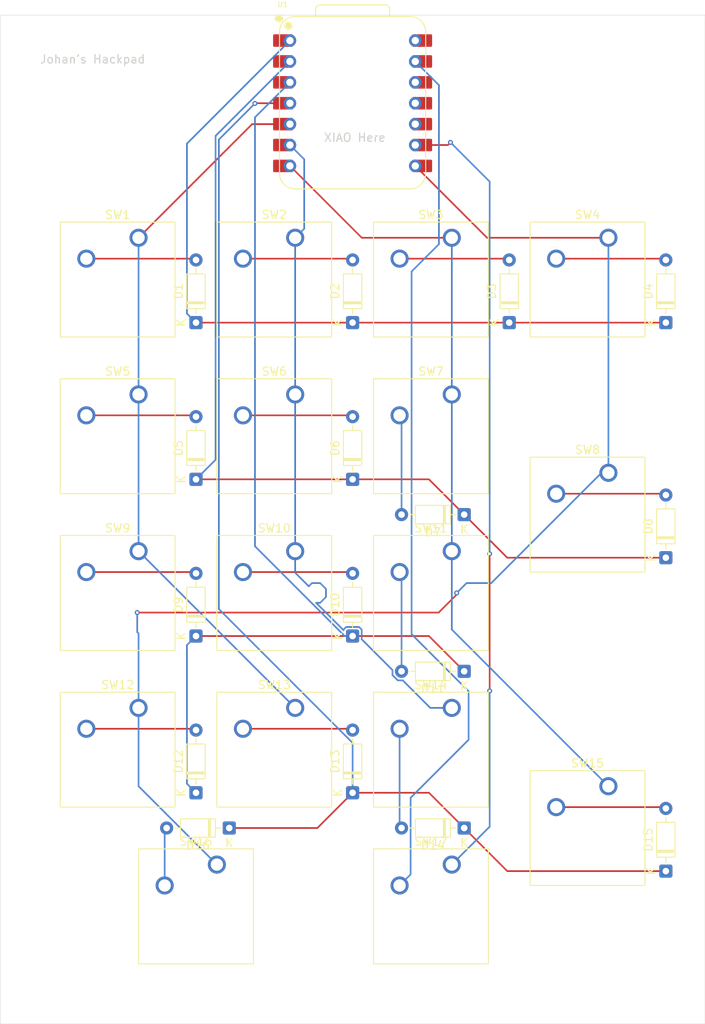
<source format=kicad_pcb>
(kicad_pcb (version 20241229) (generator "pcbnew") (generator_version "9.0")
  (layers (0 "F.Cu" signal) (2 "B.Cu" signal) (13 "F.Paste" user) (15 "B.Paste" user) (5 "F.SilkS" user "F.Silkscreen") (7 "B.SilkS" user "B.Silkscreen") (1 "F.Mask" user) (3 "B.Mask" user) (25 "Edge.Cuts" user))
  (net 0 "")
  (net 1 "Row 0")
  (net 2 "GND")
  (net 3 "Net-(D1-A)")
  (net 4 "Net-(D2-A)")
  (net 5 "Net-(D3-A)")
  (net 6 "Row 1")
  (net 7 "Net-(D4-A)")
  (net 8 "Net-(D5-A)")
  (net 9 "Net-(D6-A)")
  (net 10 "Row 2")
  (net 11 "Net-(D7-A)")
  (net 12 "Net-(D8-A)")
  (net 13 "Net-(D9-A)")
  (net 14 "Net-(D11-A)")
  (net 15 "Column 0")
  (net 16 "Column 1")
  (net 17 "Column 2")
  (net 18 "Net-(D10-A)")
  (net 23 "Net-(D12-A)")
  (net 24 "Net-(D13-A)")
  (net 25 "Row 3")
  (net 26 "Net-(D14-A)")
  (net 27 "Net-(D15-A)")
  (net 28 "Net-(D16-A)")
  (net 29 "Column 3")
  (net 30 "Column 4")
  (footprint "Diode_THT:D_DO-35_SOD27_P7.62mm_Horizontal" (layer "F.Cu") (at 109.5375 119.53875 90)
    (property "Reference" "D13" (at 3.81 -2.12 90) (layer "F.SilkS"))
    (property "Value" "1N4148")
    (fp_text user "K" (at 0 -1.8 90) (layer "F.SilkS"))
    (pad "1" thru_hole roundrect (at 0 0 90) (size 1.6 1.6) (drill 0.8) (layers "*.Cu" "*.Mask") (roundrect_rratio 0.15625) (net 25 "Row 3"))
    (pad "2" thru_hole circle (at 7.62 0 90) (size 1.6 1.6) (drill 0.8) (layers "*.Cu" "*.Mask") (net 24 "Net-(D13-A)"))
  )
  (footprint "Diode_THT:D_DO-35_SOD27_P7.62mm_Horizontal" (layer "F.Cu") (at 109.5375 81.43875 90)
    (property "Reference" "D6" (at 3.81 -2.12 90) (layer "F.SilkS"))
    (property "Value" "1N4148")
    (fp_text user "K" (at 0 -1.8 90) (layer "F.SilkS"))
    (pad "1" thru_hole roundrect (at 0 0 90) (size 1.6 1.6) (drill 0.8) (layers "*.Cu" "*.Mask") (roundrect_rratio 0.15625) (net 6 "Row 1"))
    (pad "2" thru_hole circle (at 7.62 0 90) (size 1.6 1.6) (drill 0.8) (layers "*.Cu" "*.Mask") (net 9 "Net-(D6-A)"))
  )
  (footprint "Diode_THT:D_DO-35_SOD27_P7.62mm_Horizontal" (layer "F.Cu") (at 128.5875 62.38875 90)
    (property "Reference" "D3" (at 3.81 -2.12 90) (layer "F.SilkS"))
    (property "Value" "1N4148")
    (fp_text user "K" (at 0 -1.8 90) (layer "F.SilkS"))
    (pad "1" thru_hole roundrect (at 0 0 90) (size 1.6 1.6) (drill 0.8) (layers "*.Cu" "*.Mask") (roundrect_rratio 0.15625) (net 1 "Row 0"))
    (pad "2" thru_hole circle (at 7.62 0 90) (size 1.6 1.6) (drill 0.8) (layers "*.Cu" "*.Mask") (net 5 "Net-(D3-A)"))
  )
  (footprint "Button_Switch_Keyboard:SW_Cherry_MX_2.00u_Vertical_PCB" (layer "F.Cu") (at 140.6525 118.745)
    (property "Reference" "SW15" (at -2.54 -2.794 0) (layer "F.SilkS"))
    (property "Value" "CherryMX")
    (pad "" np_thru_hole circle (at -9.54 -6.82) (size 3.05 3.05) (drill 3.05) (layers "*.Cu" "*.Mask"))
    (pad "" np_thru_hole circle (at -9.54 16.98) (size 3.05 3.05) (drill 3.05) (layers "*.Cu" "*.Mask"))
    (pad "" np_thru_hole circle (at -7.62 5.08) (size 1.7 1.7) (drill 1.7) (layers "*.Cu" "*.Mask"))
    (pad "" np_thru_hole circle (at -2.54 5.08) (size 4 4) (drill 4) (layers "*.Cu" "*.Mask"))
    (pad "" np_thru_hole circle (at 2.54 5.08) (size 1.7 1.7) (drill 1.7) (layers "*.Cu" "*.Mask"))
    (pad "" np_thru_hole circle (at 5.7 -6.82) (size 4 4) (drill 4) (layers "*.Cu" "*.Mask"))
    (pad "" np_thru_hole circle (at 5.7 16.98) (size 4 4) (drill 4) (layers "*.Cu" "*.Mask"))
    (pad "1" thru_hole circle (at 0 0) (size 2.2 2.2) (drill 1.5) (layers "*.Cu" "*.Mask") (net 17 "Column 2"))
    (pad "2" thru_hole circle (at -6.35 2.54) (size 2.2 2.2) (drill 1.5) (layers "*.Cu" "*.Mask") (net 27 "Net-(D15-A)"))
  )
  (footprint "Button_Switch_Keyboard:SW_Cherry_MX_1.00u_Plate" (layer "F.Cu") (at 121.6025 52.07)
    (property "Reference" "SW3" (at -2.54 -2.794 0) (layer "F.SilkS"))
    (property "Value" "CherryMX")
    (pad "" np_thru_hole circle (at -2.54 5.08) (size 4 4) (drill 4) (layers "*.Cu" "*.Mask"))
    (pad "1" thru_hole circle (at 0 0) (size 2.2 2.2) (drill 1.5) (layers "*.Cu" "*.Mask") (net 17 "Column 2"))
    (pad "2" thru_hole circle (at -6.35 2.54) (size 2.2 2.2) (drill 1.5) (layers "*.Cu" "*.Mask") (net 5 "Net-(D3-A)"))
  )
  (footprint "Diode_THT:D_DO-35_SOD27_P7.62mm_Horizontal" (layer "F.Cu") (at 109.5375 100.48875 90)
    (property "Reference" "D10" (at 3.81 -2.12 90) (layer "F.SilkS"))
    (property "Value" "1N4148")
    (fp_text user "K" (at 0 -1.8 90) (layer "F.SilkS"))
    (pad "1" thru_hole roundrect (at 0 0 90) (size 1.6 1.6) (drill 0.8) (layers "*.Cu" "*.Mask") (roundrect_rratio 0.15625) (net 10 "Row 2"))
    (pad "2" thru_hole circle (at 7.62 0 90) (size 1.6 1.6) (drill 0.8) (layers "*.Cu" "*.Mask") (net 18 "Net-(D10-A)"))
  )
  (footprint "Button_Switch_Keyboard:SW_Cherry_MX_1.00u_PCB" (layer "F.Cu") (at 121.6025 109.22)
    (property "Reference" "SW14" (at -2.54 -2.794 0) (layer "F.SilkS"))
    (property "Value" "CherryMX")
    (pad "" np_thru_hole circle (at -7.62 5.08) (size 1.7 1.7) (drill 1.7) (layers "*.Cu" "*.Mask"))
    (pad "" np_thru_hole circle (at -2.54 5.08) (size 4 4) (drill 4) (layers "*.Cu" "*.Mask"))
    (pad "" np_thru_hole circle (at 2.54 5.08) (size 1.7 1.7) (drill 1.7) (layers "*.Cu" "*.Mask"))
    (pad "1" thru_hole circle (at 0 0) (size 2.2 2.2) (drill 1.5) (layers "*.Cu" "*.Mask") (net 16 "Column 1"))
    (pad "2" thru_hole circle (at -6.35 2.54) (size 2.2 2.2) (drill 1.5) (layers "*.Cu" "*.Mask") (net 26 "Net-(D14-A)"))
  )
  (footprint "Diode_THT:D_DO-35_SOD27_P7.62mm_Horizontal" (layer "F.Cu") (at 94.535625 123.825 180)
    (property "Reference" "D16" (at 3.81 -2.12 0) (layer "F.SilkS"))
    (property "Value" "1N4148")
    (fp_text user "K" (at 0 -1.8 0) (layer "F.SilkS"))
    (pad "1" thru_hole roundrect (at 0 0 180) (size 1.6 1.6) (drill 0.8) (layers "*.Cu" "*.Mask") (roundrect_rratio 0.15625) (net 25 "Row 3"))
    (pad "2" thru_hole circle (at 7.62 0 180) (size 1.6 1.6) (drill 0.8) (layers "*.Cu" "*.Mask") (net 28 "Net-(D16-A)"))
  )
  (footprint "Button_Switch_Keyboard:SW_Cherry_MX_2.00u_Vertical_PCB" (layer "F.Cu") (at 140.6525 80.645)
    (property "Reference" "SW8" (at -2.54 -2.794 0) (layer "F.SilkS"))
    (property "Value" "CherryMX")
    (pad "" np_thru_hole circle (at -9.54 -6.82) (size 3.05 3.05) (drill 3.05) (layers "*.Cu" "*.Mask"))
    (pad "" np_thru_hole circle (at -9.54 16.98) (size 3.05 3.05) (drill 3.05) (layers "*.Cu" "*.Mask"))
    (pad "" np_thru_hole circle (at -7.62 5.08) (size 1.7 1.7) (drill 1.7) (layers "*.Cu" "*.Mask"))
    (pad "" np_thru_hole circle (at -2.54 5.08) (size 4 4) (drill 4) (layers "*.Cu" "*.Mask"))
    (pad "" np_thru_hole circle (at 2.54 5.08) (size 1.7 1.7) (drill 1.7) (layers "*.Cu" "*.Mask"))
    (pad "" np_thru_hole circle (at 5.7 -6.82) (size 4 4) (drill 4) (layers "*.Cu" "*.Mask"))
    (pad "" np_thru_hole circle (at 5.7 16.98) (size 4 4) (drill 4) (layers "*.Cu" "*.Mask"))
    (pad "1" thru_hole circle (at 0 0) (size 2.2 2.2) (drill 1.5) (layers "*.Cu" "*.Mask") (net 29 "Column 3"))
    (pad "2" thru_hole circle (at -6.35 2.54) (size 2.2 2.2) (drill 1.5) (layers "*.Cu" "*.Mask") (net 12 "Net-(D8-A)"))
  )
  (footprint "Diode_THT:D_DO-35_SOD27_P7.62mm_Horizontal" (layer "F.Cu") (at 123.110625 85.725 180)
    (property "Reference" "D7" (at 3.81 -2.12 0) (layer "F.SilkS"))
    (property "Value" "1N4148")
    (fp_text user "K" (at 0 -1.8 0) (layer "F.SilkS"))
    (pad "1" thru_hole roundrect (at 0 0 180) (size 1.6 1.6) (drill 0.8) (layers "*.Cu" "*.Mask") (roundrect_rratio 0.15625) (net 6 "Row 1"))
    (pad "2" thru_hole circle (at 7.62 0 180) (size 1.6 1.6) (drill 0.8) (layers "*.Cu" "*.Mask") (net 11 "Net-(D7-A)"))
  )
  (footprint "Diode_THT:D_DO-35_SOD27_P7.62mm_Horizontal" (layer "F.Cu") (at 90.4875 119.53875 90)
    (property "Reference" "D12" (at 3.81 -2.12 90) (layer "F.SilkS"))
    (property "Value" "1N4148")
    (fp_text user "K" (at 0 -1.8 90) (layer "F.SilkS"))
    (pad "1" thru_hole roundrect (at 0 0 90) (size 1.6 1.6) (drill 0.8) (layers "*.Cu" "*.Mask") (roundrect_rratio 0.15625) (net 10 "Row 2"))
    (pad "2" thru_hole circle (at 7.62 0 90) (size 1.6 1.6) (drill 0.8) (layers "*.Cu" "*.Mask") (net 23 "Net-(D12-A)"))
  )
  (footprint "Diode_THT:D_DO-35_SOD27_P7.62mm_Horizontal" (layer "F.Cu") (at 123.110625 123.825 180)
    (property "Reference" "D14" (at 3.81 -2.12 0) (layer "F.SilkS"))
    (property "Value" "1N4148")
    (fp_text user "K" (at 0 -1.8 0) (layer "F.SilkS"))
    (pad "1" thru_hole roundrect (at 0 0 180) (size 1.6 1.6) (drill 0.8) (layers "*.Cu" "*.Mask") (roundrect_rratio 0.15625) (net 25 "Row 3"))
    (pad "2" thru_hole circle (at 7.62 0 180) (size 1.6 1.6) (drill 0.8) (layers "*.Cu" "*.Mask") (net 26 "Net-(D14-A)"))
  )
  (footprint "Diode_THT:D_DO-35_SOD27_P7.62mm_Horizontal" (layer "F.Cu") (at 123.110625 104.775 180)
    (property "Reference" "D11" (at 3.81 -2.12 0) (layer "F.SilkS"))
    (property "Value" "1N4148")
    (fp_text user "K" (at 0 -1.8 0) (layer "F.SilkS"))
    (pad "1" thru_hole roundrect (at 0 0 180) (size 1.6 1.6) (drill 0.8) (layers "*.Cu" "*.Mask") (roundrect_rratio 0.15625) (net 10 "Row 2"))
    (pad "2" thru_hole circle (at 7.62 0 180) (size 1.6 1.6) (drill 0.8) (layers "*.Cu" "*.Mask") (net 14 "Net-(D11-A)"))
  )
  (footprint "Button_Switch_Keyboard:SW_Cherry_MX_1.00u_PCB" (layer "F.Cu") (at 121.6025 90.17)
    (property "Reference" "SW11" (at -2.54 -2.794 0) (layer "F.SilkS"))
    (property "Value" "CherryMX")
    (pad "" np_thru_hole circle (at -7.62 5.08) (size 1.7 1.7) (drill 1.7) (layers "*.Cu" "*.Mask"))
    (pad "" np_thru_hole circle (at -2.54 5.08) (size 4 4) (drill 4) (layers "*.Cu" "*.Mask"))
    (pad "" np_thru_hole circle (at 2.54 5.08) (size 1.7 1.7) (drill 1.7) (layers "*.Cu" "*.Mask"))
    (pad "1" thru_hole circle (at 0 0) (size 2.2 2.2) (drill 1.5) (layers "*.Cu" "*.Mask") (net 17 "Column 2"))
    (pad "2" thru_hole circle (at -6.35 2.54) (size 2.2 2.2) (drill 1.5) (layers "*.Cu" "*.Mask") (net 14 "Net-(D11-A)"))
  )
  (footprint "Diode_THT:D_DO-35_SOD27_P7.62mm_Horizontal" (layer "F.Cu") (at 147.6375 129.06375 90)
    (property "Reference" "D15" (at 3.81 -2.12 90) (layer "F.SilkS"))
    (property "Value" "1N4148")
    (fp_text user "K" (at 0 -1.8 90) (layer "F.SilkS"))
    (pad "1" thru_hole roundrect (at 0 0 90) (size 1.6 1.6) (drill 0.8) (layers "*.Cu" "*.Mask") (roundrect_rratio 0.15625) (net 25 "Row 3"))
    (pad "2" thru_hole circle (at 7.62 0 90) (size 1.6 1.6) (drill 0.8) (layers "*.Cu" "*.Mask") (net 27 "Net-(D15-A)"))
  )
  (footprint "Button_Switch_Keyboard:SW_Cherry_MX_1.00u_PCB" (layer "F.Cu") (at 102.5525 90.17)
    (property "Reference" "SW10" (at -2.54 -2.794 0) (layer "F.SilkS"))
    (property "Value" "CherryMX")
    (pad "" np_thru_hole circle (at -7.62 5.08) (size 1.7 1.7) (drill 1.7) (layers "*.Cu" "*.Mask"))
    (pad "" np_thru_hole circle (at -2.54 5.08) (size 4 4) (drill 4) (layers "*.Cu" "*.Mask"))
    (pad "" np_thru_hole circle (at 2.54 5.08) (size 1.7 1.7) (drill 1.7) (layers "*.Cu" "*.Mask"))
    (pad "1" thru_hole circle (at 0 0) (size 2.2 2.2) (drill 1.5) (layers "*.Cu" "*.Mask") (net 16 "Column 1"))
    (pad "2" thru_hole circle (at -6.35 2.54) (size 2.2 2.2) (drill 1.5) (layers "*.Cu" "*.Mask") (net 18 "Net-(D10-A)"))
  )
  (footprint "Diode_THT:D_DO-35_SOD27_P7.62mm_Horizontal" (layer "F.Cu") (at 109.5375 62.38875 90)
    (property "Reference" "D2" (at 3.81 -2.12 90) (layer "F.SilkS"))
    (property "Value" "1N4148")
    (fp_text user "K" (at 0 -1.8 90) (layer "F.SilkS"))
    (pad "1" thru_hole roundrect (at 0 0 90) (size 1.6 1.6) (drill 0.8) (layers "*.Cu" "*.Mask") (roundrect_rratio 0.15625) (net 1 "Row 0"))
    (pad "2" thru_hole circle (at 7.62 0 90) (size 1.6 1.6) (drill 0.8) (layers "*.Cu" "*.Mask") (net 4 "Net-(D2-A)"))
  )
  (footprint "Button_Switch_Keyboard:SW_Cherry_MX_1.00u_Plate" (layer "F.Cu") (at 140.6525 52.07)
    (property "Reference" "SW4" (at -2.54 -2.794 0) (layer "F.SilkS"))
    (property "Value" "CherryMX")
    (pad "" np_thru_hole circle (at -2.54 5.08) (size 4 4) (drill 4) (layers "*.Cu" "*.Mask"))
    (pad "1" thru_hole circle (at 0 0) (size 2.2 2.2) (drill 1.5) (layers "*.Cu" "*.Mask") (net 29 "Column 3"))
    (pad "2" thru_hole circle (at -6.35 2.54) (size 2.2 2.2) (drill 1.5) (layers "*.Cu" "*.Mask") (net 7 "Net-(D4-A)"))
  )
  (footprint "Button_Switch_Keyboard:SW_Cherry_MX_1.00u_PCB" (layer "F.Cu") (at 121.6025 128.27)
    (property "Reference" "SW17" (at -2.54 -2.794 0) (layer "F.SilkS"))
    (property "Value" "CherryMX")
    (pad "" np_thru_hole circle (at -7.62 5.08) (size 1.7 1.7) (drill 1.7) (layers "*.Cu" "*.Mask"))
    (pad "" np_thru_hole circle (at -2.54 5.08) (size 4 4) (drill 4) (layers "*.Cu" "*.Mask"))
    (pad "" np_thru_hole circle (at 2.54 5.08) (size 1.7 1.7) (drill 1.7) (layers "*.Cu" "*.Mask"))
    (pad "1" thru_hole circle (at 0 0) (size 2.2 2.2) (drill 1.5) (layers "*.Cu" "*.Mask") (net 30 "Column 4"))
    (pad "2" thru_hole circle (at -6.35 2.54) (size 2.2 2.2) (drill 1.5) (layers "*.Cu" "*.Mask") (net 2 "GND"))
  )
  (footprint "Diode_THT:D_DO-35_SOD27_P7.62mm_Horizontal" (layer "F.Cu") (at 147.6375 62.38875 90)
    (property "Reference" "D4" (at 3.81 -2.12 90) (layer "F.SilkS"))
    (property "Value" "1N4148")
    (fp_text user "K" (at 0 -1.8 90) (layer "F.SilkS"))
    (pad "1" thru_hole roundrect (at 0 0 90) (size 1.6 1.6) (drill 0.8) (layers "*.Cu" "*.Mask") (roundrect_rratio 0.15625) (net 1 "Row 0"))
    (pad "2" thru_hole circle (at 7.62 0 90) (size 1.6 1.6) (drill 0.8) (layers "*.Cu" "*.Mask") (net 7 "Net-(D4-A)"))
  )
  (footprint "XIAO_PCB:XIAO-RP2040-DIP" (layer "F.Cu") (at 109.5375 35.71875)
    (property "Reference" "U1" (at -8.5 -12 0) (layer "F.SilkS") (effects (font (size 0.635 0.635) (thickness 0.1016))))
    (property "Value" "XIAO-RP2040-DIP")
    (pad "1" smd roundrect (at -8.455 -7.62 180) (size 2.432 1.524) (layers "F.Cu" "F.Mask") (roundrect_rratio 0.1) (net 1 "Row 0"))
    (pad "1" thru_hole circle (at -7.62 -7.62 180) (size 1.524 1.524) (drill 0.889) (layers "*.Cu" "*.Mask") (net 1 "Row 0"))
    (pad "2" smd roundrect (at -8.455 -5.08 180) (size 2.432 1.524) (layers "F.Cu" "F.Mask") (roundrect_rratio 0.1) (net 6 "Row 1"))
    (pad "2" thru_hole circle (at -7.62 -5.08 180) (size 1.524 1.524) (drill 0.889) (layers "*.Cu" "*.Mask") (net 6 "Row 1"))
    (pad "3" smd roundrect (at -8.455 -2.54 180) (size 2.432 1.524) (layers "F.Cu" "F.Mask") (roundrect_rratio 0.1) (net 10 "Row 2"))
    (pad "3" thru_hole circle (at -7.62 -2.54 180) (size 1.524 1.524) (drill 0.889) (layers "*.Cu" "*.Mask") (net 10 "Row 2"))
    (pad "4" smd roundrect (at -8.455 0 180) (size 2.432 1.524) (layers "F.Cu" "F.Mask") (roundrect_rratio 0.1) (net 25 "Row 3"))
    (pad "4" thru_hole circle (at -7.62 0 180) (size 1.524 1.524) (drill 0.889) (layers "*.Cu" "*.Mask") (net 25 "Row 3"))
    (pad "5" smd roundrect (at -8.455 2.54 180) (size 2.432 1.524) (layers "F.Cu" "F.Mask") (roundrect_rratio 0.1) (net 15 "Column 0"))
    (pad "5" thru_hole circle (at -7.62 2.54 180) (size 1.524 1.524) (drill 0.889) (layers "*.Cu" "*.Mask") (net 15 "Column 0"))
    (pad "6" smd roundrect (at -8.455 5.08 180) (size 2.432 1.524) (layers "F.Cu" "F.Mask") (roundrect_rratio 0.1) (net 16 "Column 1"))
    (pad "6" thru_hole circle (at -7.62 5.08 180) (size 1.524 1.524) (drill 0.889) (layers "*.Cu" "*.Mask") (net 16 "Column 1"))
    (pad "7" smd roundrect (at -8.455 7.62 180) (size 2.432 1.524) (layers "F.Cu" "F.Mask") (roundrect_rratio 0.1) (net 17 "Column 2"))
    (pad "7" thru_hole circle (at -7.62 7.62 180) (size 1.524 1.524) (drill 0.889) (layers "*.Cu" "*.Mask") (net 17 "Column 2"))
    (pad "8" thru_hole circle (at 7.62 7.62) (size 1.524 1.524) (drill 0.889) (layers "*.Cu" "*.Mask") (net 29 "Column 3"))
    (pad "8" smd roundrect (at 8.455 7.62) (size 2.432 1.524) (layers "F.Cu" "F.Mask") (roundrect_rratio 0.1) (net 29 "Column 3"))
    (pad "9" thru_hole circle (at 7.62 5.08) (size 1.524 1.524) (drill 0.889) (layers "*.Cu" "*.Mask") (net 30 "Column 4"))
    (pad "9" smd roundrect (at 8.455 5.08) (size 2.432 1.524) (layers "F.Cu" "F.Mask") (roundrect_rratio 0.1) (net 30 "Column 4"))
    (pad "10" thru_hole circle (at 7.62 2.54) (size 1.524 1.524) (drill 0.889) (layers "*.Cu" "*.Mask"))
    (pad "10" smd roundrect (at 8.455 2.54) (size 2.432 1.524) (layers "F.Cu" "F.Mask") (roundrect_rratio 0.1))
    (pad "11" thru_hole circle (at 7.62 0) (size 1.524 1.524) (drill 0.889) (layers "*.Cu" "*.Mask"))
    (pad "11" smd roundrect (at 8.455 0) (size 2.432 1.524) (layers "F.Cu" "F.Mask") (roundrect_rratio 0.1))
    (pad "12" thru_hole circle (at 7.62 -2.54) (size 1.524 1.524) (drill 0.889) (layers "*.Cu" "*.Mask"))
    (pad "12" smd roundrect (at 8.455 -2.54) (size 2.432 1.524) (layers "F.Cu" "F.Mask") (roundrect_rratio 0.1))
    (pad "13" thru_hole circle (at 7.62 -5.08) (size 1.524 1.524) (drill 0.889) (layers "*.Cu" "*.Mask") (net 2 "GND"))
    (pad "13" smd roundrect (at 8.455 -5.08) (size 2.432 1.524) (layers "F.Cu" "F.Mask") (roundrect_rratio 0.1) (net 2 "GND"))
    (pad "14" thru_hole circle (at 7.62 -7.62) (size 1.524 1.524) (drill 0.889) (layers "*.Cu" "*.Mask"))
    (pad "14" smd roundrect (at 8.455 -7.62) (size 2.432 1.524) (layers "F.Cu" "F.Mask") (roundrect_rratio 0.1))
  )
  (footprint "Diode_THT:D_DO-35_SOD27_P7.62mm_Horizontal" (layer "F.Cu") (at 147.6375 90.96375 90)
    (property "Reference" "D8" (at 3.81 -2.12 90) (layer "F.SilkS"))
    (property "Value" "1N4148")
    (fp_text user "K" (at 0 -1.8 90) (layer "F.SilkS"))
    (pad "1" thru_hole roundrect (at 0 0 90) (size 1.6 1.6) (drill 0.8) (layers "*.Cu" "*.Mask") (roundrect_rratio 0.15625) (net 6 "Row 1"))
    (pad "2" thru_hole circle (at 7.62 0 90) (size 1.6 1.6) (drill 0.8) (layers "*.Cu" "*.Mask") (net 12 "Net-(D8-A)"))
  )
  (footprint "Button_Switch_Keyboard:SW_Cherry_MX_1.00u_Plate" (layer "F.Cu") (at 102.5525 71.12)
    (property "Reference" "SW6" (at -2.54 -2.794 0) (layer "F.SilkS"))
    (property "Value" "CherryMX")
    (pad "" np_thru_hole circle (at -2.54 5.08) (size 4 4) (drill 4) (layers "*.Cu" "*.Mask"))
    (pad "1" thru_hole circle (at 0 0) (size 2.2 2.2) (drill 1.5) (layers "*.Cu" "*.Mask") (net 16 "Column 1"))
    (pad "2" thru_hole circle (at -6.35 2.54) (size 2.2 2.2) (drill 1.5) (layers "*.Cu" "*.Mask") (net 9 "Net-(D6-A)"))
  )
  (footprint "Button_Switch_Keyboard:SW_Cherry_MX_1.00u_Plate" (layer "F.Cu") (at 102.5525 52.07)
    (property "Reference" "SW2" (at -2.54 -2.794 0) (layer "F.SilkS"))
    (property "Value" "CherryMX")
    (pad "" np_thru_hole circle (at -2.54 5.08) (size 4 4) (drill 4) (layers "*.Cu" "*.Mask"))
    (pad "1" thru_hole circle (at 0 0) (size 2.2 2.2) (drill 1.5) (layers "*.Cu" "*.Mask") (net 16 "Column 1"))
    (pad "2" thru_hole circle (at -6.35 2.54) (size 2.2 2.2) (drill 1.5) (layers "*.Cu" "*.Mask") (net 4 "Net-(D2-A)"))
  )
  (footprint "Button_Switch_Keyboard:SW_Cherry_MX_1.00u_PCB" (layer "F.Cu") (at 83.5025 90.17)
    (property "Reference" "SW9" (at -2.54 -2.794 0) (layer "F.SilkS"))
    (property "Value" "CherryMX")
    (pad "" np_thru_hole circle (at -7.62 5.08) (size 1.7 1.7) (drill 1.7) (layers "*.Cu" "*.Mask"))
    (pad "" np_thru_hole circle (at -2.54 5.08) (size 4 4) (drill 4) (layers "*.Cu" "*.Mask"))
    (pad "" np_thru_hole circle (at 2.54 5.08) (size 1.7 1.7) (drill 1.7) (layers "*.Cu" "*.Mask"))
    (pad "1" thru_hole circle (at 0 0) (size 2.2 2.2) (drill 1.5) (layers "*.Cu" "*.Mask") (net 15 "Column 0"))
    (pad "2" thru_hole circle (at -6.35 2.54) (size 2.2 2.2) (drill 1.5) (layers "*.Cu" "*.Mask") (net 13 "Net-(D9-A)"))
  )
  (footprint "Button_Switch_Keyboard:SW_Cherry_MX_1.00u_Plate" (layer "F.Cu") (at 83.5025 71.12)
    (property "Reference" "SW5" (at -2.54 -2.794 0) (layer "F.SilkS"))
    (property "Value" "CherryMX")
    (pad "" np_thru_hole circle (at -2.54 5.08) (size 4 4) (drill 4) (layers "*.Cu" "*.Mask"))
    (pad "1" thru_hole circle (at 0 0) (size 2.2 2.2) (drill 1.5) (layers "*.Cu" "*.Mask") (net 15 "Column 0"))
    (pad "2" thru_hole circle (at -6.35 2.54) (size 2.2 2.2) (drill 1.5) (layers "*.Cu" "*.Mask") (net 8 "Net-(D5-A)"))
  )
  (footprint "Button_Switch_Keyboard:SW_Cherry_MX_1.00u_Plate" (layer "F.Cu") (at 121.6025 71.12)
    (property "Reference" "SW7" (at -2.54 -2.794 0) (layer "F.SilkS"))
    (property "Value" "CherryMX")
    (pad "" np_thru_hole circle (at -2.54 5.08) (size 4 4) (drill 4) (layers "*.Cu" "*.Mask"))
    (pad "1" thru_hole circle (at 0 0) (size 2.2 2.2) (drill 1.5) (layers "*.Cu" "*.Mask") (net 17 "Column 2"))
    (pad "2" thru_hole circle (at -6.35 2.54) (size 2.2 2.2) (drill 1.5) (layers "*.Cu" "*.Mask") (net 11 "Net-(D7-A)"))
  )
  (footprint "Button_Switch_Keyboard:SW_Cherry_MX_2.00u_PCB" (layer "F.Cu") (at 93.0275 128.27)
    (property "Reference" "SW16" (at -2.54 -2.794 0) (layer "F.SilkS"))
    (property "Value" "CherryMX")
    (pad "" np_thru_hole circle (at -14.44 -1.92) (size 3.05 3.05) (drill 3.05) (layers "*.Cu" "*.Mask"))
    (pad "" np_thru_hole circle (at -14.44 13.32) (size 4 4) (drill 4) (layers "*.Cu" "*.Mask"))
    (pad "" np_thru_hole circle (at -7.62 5.08) (size 1.7 1.7) (drill 1.7) (layers "*.Cu" "*.Mask"))
    (pad "" np_thru_hole circle (at -2.54 5.08) (size 4 4) (drill 4) (layers "*.Cu" "*.Mask"))
    (pad "" np_thru_hole circle (at 2.54 5.08) (size 1.7 1.7) (drill 1.7) (layers "*.Cu" "*.Mask"))
    (pad "" np_thru_hole circle (at 9.36 -1.92) (size 3.05 3.05) (drill 3.05) (layers "*.Cu" "*.Mask"))
    (pad "" np_thru_hole circle (at 9.36 13.32) (size 4 4) (drill 4) (layers "*.Cu" "*.Mask"))
    (pad "1" thru_hole circle (at 0 0) (size 2.2 2.2) (drill 1.5) (layers "*.Cu" "*.Mask") (net 29 "Column 3"))
    (pad "2" thru_hole circle (at -6.35 2.54) (size 2.2 2.2) (drill 1.5) (layers "*.Cu" "*.Mask") (net 28 "Net-(D16-A)"))
  )
  (footprint "Button_Switch_Keyboard:SW_Cherry_MX_1.00u_PCB" (layer "F.Cu") (at 83.5025 109.22)
    (property "Reference" "SW12" (at -2.54 -2.794 0) (layer "F.SilkS"))
    (property "Value" "CherryMX")
    (pad "" np_thru_hole circle (at -7.62 5.08) (size 1.7 1.7) (drill 1.7) (layers "*.Cu" "*.Mask"))
    (pad "" np_thru_hole circle (at -2.54 5.08) (size 4 4) (drill 4) (layers "*.Cu" "*.Mask"))
    (pad "" np_thru_hole circle (at 2.54 5.08) (size 1.7 1.7) (drill 1.7) (layers "*.Cu" "*.Mask"))
    (pad "1" thru_hole circle (at 0 0) (size 2.2 2.2) (drill 1.5) (layers "*.Cu" "*.Mask") (net 29 "Column 3"))
    (pad "2" thru_hole circle (at -6.35 2.54) (size 2.2 2.2) (drill 1.5) (layers "*.Cu" "*.Mask") (net 23 "Net-(D12-A)"))
  )
  (footprint "Diode_THT:D_DO-35_SOD27_P7.62mm_Horizontal" (layer "F.Cu") (at 90.4875 100.48875 90)
    (property "Reference" "D9" (at 3.81 -2.12 90) (layer "F.SilkS"))
    (property "Value" "1N4148")
    (fp_text user "K" (at 0 -1.8 90) (layer "F.SilkS"))
    (pad "1" thru_hole roundrect (at 0 0 90) (size 1.6 1.6) (drill 0.8) (layers "*.Cu" "*.Mask") (roundrect_rratio 0.15625) (net 10 "Row 2"))
    (pad "2" thru_hole circle (at 7.62 0 90) (size 1.6 1.6) (drill 0.8) (layers "*.Cu" "*.Mask") (net 13 "Net-(D9-A)"))
  )
  (footprint "Diode_THT:D_DO-35_SOD27_P7.62mm_Horizontal" (layer "F.Cu") (at 90.4875 62.38875 90)
    (property "Reference" "D1" (at 3.81 -2.12 90) (layer "F.SilkS"))
    (property "Value" "1N4148")
    (fp_text user "K" (at 0 -1.8 90) (layer "F.SilkS"))
    (pad "1" thru_hole roundrect (at 0 0 90) (size 1.6 1.6) (drill 0.8) (layers "*.Cu" "*.Mask") (roundrect_rratio 0.15625) (net 1 "Row 0"))
    (pad "2" thru_hole circle (at 7.62 0 90) (size 1.6 1.6) (drill 0.8) (layers "*.Cu" "*.Mask") (net 3 "Net-(D1-A)"))
  )
  (footprint "Diode_THT:D_DO-35_SOD27_P7.62mm_Horizontal" (layer "F.Cu") (at 90.4875 81.43875 90)
    (property "Reference" "D5" (at 3.81 -2.12 90) (layer "F.SilkS"))
    (property "Value" "1N4148")
    (fp_text user "K" (at 0 -1.8 90) (layer "F.SilkS"))
    (pad "1" thru_hole roundrect (at 0 0 90) (size 1.6 1.6) (drill 0.8) (layers "*.Cu" "*.Mask") (roundrect_rratio 0.15625) (net 6 "Row 1"))
    (pad "2" thru_hole circle (at 7.62 0 90) (size 1.6 1.6) (drill 0.8) (layers "*.Cu" "*.Mask") (net 8 "Net-(D5-A)"))
  )
  (footprint "Button_Switch_Keyboard:SW_Cherry_MX_1.00u_Plate" (layer "F.Cu") (at 83.5025 52.07)
    (property "Reference" "SW1" (at -2.54 -2.794 0) (layer "F.SilkS"))
    (property "Value" "CherryMX")
    (pad "" np_thru_hole circle (at -2.54 5.08) (size 4 4) (drill 4) (layers "*.Cu" "*.Mask"))
    (pad "1" thru_hole circle (at 0 0) (size 2.2 2.2) (drill 1.5) (layers "*.Cu" "*.Mask") (net 15 "Column 0"))
    (pad "2" thru_hole circle (at -6.35 2.54) (size 2.2 2.2) (drill 1.5) (layers "*.Cu" "*.Mask") (net 3 "Net-(D1-A)"))
  )
  (footprint "Button_Switch_Keyboard:SW_Cherry_MX_1.00u_PCB" (layer "F.Cu") (at 102.5525 109.22)
    (property "Reference" "SW13" (at -2.54 -2.794 0) (layer "F.SilkS"))
    (property "Value" "CherryMX")
    (pad "" np_thru_hole circle (at -7.62 5.08) (size 1.7 1.7) (drill 1.7) (layers "*.Cu" "*.Mask"))
    (pad "" np_thru_hole circle (at -2.54 5.08) (size 4 4) (drill 4) (layers "*.Cu" "*.Mask"))
    (pad "" np_thru_hole circle (at 2.54 5.08) (size 1.7 1.7) (drill 1.7) (layers "*.Cu" "*.Mask"))
    (pad "1" thru_hole circle (at 0 0) (size 2.2 2.2) (drill 1.5) (layers "*.Cu" "*.Mask") (net 15 "Column 0"))
    (pad "2" thru_hole circle (at -6.35 2.54) (size 2.2 2.2) (drill 1.5) (layers "*.Cu" "*.Mask") (net 24 "Net-(D13-A)"))
  )
  (gr_rect (start 66.675 25.003125) (end 152.4 147.6375) (stroke (width 0.05)) (fill no) (layer "Edge.Cuts"))
  (gr_text "XIAO Here" (at 105.965625 40.48125 0) (layer "Edge.Cuts") (effects (font (size 1 1)) (justify left bottom)))
  (gr_text "Johan's Hackpad" (at 71.4375 30.95625 0) (layer "Edge.Cuts") (effects (font (size 1 1)) (justify left bottom)))
  (segment (start 90.4875 62.38875) (end 147.6375 62.38875) (width 0.2) (layer "F.Cu") (net 1))
  (segment (start 89.3865 40.62975) (end 101.9175 28.09875) (width 0.2) (layer "B.Cu") (net 1))
  (segment (start 89.3865 61.28775) (end 89.3865 40.62975) (width 0.2) (layer "B.Cu") (net 1))
  (segment (start 90.4875 62.38875) (end 89.3865 61.28775) (width 0.2) (layer "B.Cu") (net 1))
  (segment (start 116.7115 100.262035) (end 123.64503 107.195565) (width 0.2) (layer "B.Cu") (net 2))
  (segment (start 116.7115 56.176184) (end 116.7115 100.262035) (width 0.2) (layer "B.Cu") (net 2))
  (segment (start 120.036316 52.851368) (end 116.7115 56.176184) (width 0.2) (layer "B.Cu") (net 2))
  (segment (start 116.591625 129.470875) (end 115.2525 130.81) (width 0.2) (layer "B.Cu") (net 2))
  (segment (start 120.036316 33.517566) (end 120.036316 52.851368) (width 0.2) (layer "B.Cu") (net 2))
  (segment (start 123.64503 107.195565) (end 123.64503 113.099) (width 0.2) (layer "B.Cu") (net 2))
  (segment (start 123.64503 113.099) (end 116.591625 120.152405) (width 0.2) (layer "B.Cu") (net 2))
  (segment (start 117.1575 30.63875) (end 120.036316 33.517566) (width 0.2) (layer "B.Cu") (net 2))
  (segment (start 116.591625 120.152405) (end 116.591625 129.470875) (width 0.2) (layer "B.Cu") (net 2))
  (segment (start 77.1525 54.61) (end 90.32875 54.61) (width 0.2) (layer "F.Cu") (net 3))
  (segment (start 90.32875 54.61) (end 90.4875 54.76875) (width 0.2) (layer "F.Cu") (net 3))
  (segment (start 109.37875 54.61) (end 109.5375 54.76875) (width 0.2) (layer "F.Cu") (net 4))
  (segment (start 96.2025 54.61) (end 109.37875 54.61) (width 0.2) (layer "F.Cu") (net 4))
  (segment (start 115.2525 54.61) (end 128.42875 54.61) (width 0.2) (layer "F.Cu") (net 5))
  (segment (start 128.42875 54.61) (end 128.5875 54.76875) (width 0.2) (layer "F.Cu") (net 5))
  (segment (start 128.349375 90.96375) (end 147.6375 90.96375) (width 0.2) (layer "F.Cu") (net 6))
  (segment (start 109.5375 81.43875) (end 118.824375 81.43875) (width 0.2) (layer "F.Cu") (net 6))
  (segment (start 123.110625 85.725) (end 128.349375 90.96375) (width 0.2) (layer "F.Cu") (net 6))
  (segment (start 90.4875 81.43875) (end 109.5375 81.43875) (width 0.2) (layer "F.Cu") (net 6))
  (segment (start 118.824375 81.43875) (end 123.110625 85.725) (width 0.2) (layer "F.Cu") (net 6))
  (segment (start 92.86875 79.0575) (end 92.86875 39.6875) (width 0.2) (layer "B.Cu") (net 6))
  (segment (start 90.4875 81.43875) (end 92.86875 79.0575) (width 0.2) (layer "B.Cu") (net 6))
  (segment (start 92.86875 39.6875) (end 101.9175 30.63875) (width 0.2) (layer "B.Cu") (net 6))
  (segment (start 134.3025 54.61) (end 147.47875 54.61) (width 0.2) (layer "F.Cu") (net 7))
  (segment (start 147.47875 54.61) (end 147.6375 54.76875) (width 0.2) (layer "F.Cu") (net 7))
  (segment (start 90.32875 73.66) (end 90.4875 73.81875) (width 0.2) (layer "F.Cu") (net 8))
  (segment (start 77.1525 73.66) (end 90.32875 73.66) (width 0.2) (layer "F.Cu") (net 8))
  (segment (start 109.37875 73.66) (end 109.5375 73.81875) (width 0.2) (layer "F.Cu") (net 9))
  (segment (start 96.2025 73.66) (end 109.37875 73.66) (width 0.2) (layer "F.Cu") (net 9))
  (segment (start 90.4875 100.48875) (end 109.5375 100.48875) (width 0.2) (layer "F.Cu") (net 10))
  (segment (start 118.824375 100.48875) (end 123.110625 104.775) (width 0.2) (layer "F.Cu") (net 10))
  (segment (start 109.5375 100.48875) (end 118.824375 100.48875) (width 0.2) (layer "F.Cu") (net 10))
  (segment (start 109.5375 100.48875) (end 108.576066 100.48875) (width 0.2) (layer "B.Cu") (net 10))
  (segment (start 97.6615 89.574184) (end 97.6615 37.43475) (width 0.2) (layer "B.Cu") (net 10))
  (segment (start 89.3865 101.58975) (end 90.4875 100.48875) (width 0.2) (layer "B.Cu") (net 10))
  (segment (start 108.576066 100.48875) (end 97.6615 89.574184) (width 0.2) (layer "B.Cu") (net 10))
  (segment (start 97.6615 37.43475) (end 101.9175 33.17875) (width 0.2) (layer "B.Cu") (net 10))
  (segment (start 90.4875 119.53875) (end 89.3865 118.43775) (width 0.2) (layer "B.Cu") (net 10))
  (segment (start 89.3865 118.43775) (end 89.3865 101.58975) (width 0.2) (layer "B.Cu") (net 10))
  (segment (start 115.490625 85.725) (end 115.490625 73.898125) (width 0.2) (layer "B.Cu") (net 11))
  (segment (start 115.490625 73.898125) (end 115.2525 73.66) (width 0.2) (layer "B.Cu") (net 11))
  (segment (start 134.3025 83.185) (end 147.47875 83.185) (width 0.2) (layer "F.Cu") (net 12))
  (segment (start 147.47875 83.185) (end 147.6375 83.34375) (width 0.2) (layer "F.Cu") (net 12))
  (segment (start 77.1525 92.71) (end 90.32875 92.71) (width 0.2) (layer "F.Cu") (net 13))
  (segment (start 90.32875 92.71) (end 90.4875 92.86875) (width 0.2) (layer "F.Cu") (net 13))
  (segment (start 115.490625 92.948125) (end 115.2525 92.71) (width 0.2) (layer "B.Cu") (net 14))
  (segment (start 115.490625 104.775) (end 115.490625 92.948125) (width 0.2) (layer "B.Cu") (net 14))
  (segment (start 97.31375 38.25875) (end 101.9175 38.25875) (width 0.2) (layer "F.Cu") (net 15))
  (segment (start 83.5025 52.07) (end 97.31375 38.25875) (width 0.2) (layer "F.Cu") (net 15))
  (segment (start 83.5025 90.17) (end 102.5525 109.22) (width 0.2) (layer "B.Cu") (net 15))
  (segment (start 83.5025 52.07) (end 83.5025 90.17) (width 0.2) (layer "B.Cu") (net 15))
  (segment (start 110.6385 99.70359) (end 110.6385 100.875375) (width 0.2) (layer "B.Cu") (net 16))
  (segment (start 110.6385 100.875375) (end 114.389625 104.6265) (width 0.2) (layer "B.Cu") (net 16))
  (segment (start 108.75234 99.38775) (end 110.32266 99.38775) (width 0.2) (layer "B.Cu") (net 16))
  (segment (start 118.983125 109.22) (end 121.6025 109.22) (width 0.2) (layer "B.Cu") (net 16))
  (segment (start 103.652499 42.533749) (end 101.9175 40.79875) (width 0.2) (layer "B.Cu") (net 16))
  (segment (start 108.4365 99.70359) (end 108.75234 99.38775) (width 0.2) (layer "B.Cu") (net 16))
  (segment (start 102.5525 52.07) (end 102.5525 90.17) (width 0.2) (layer "B.Cu") (net 16))
  (segment (start 102.5525 90.17) (end 102.5525 92.789375) (width 0.2) (layer "B.Cu") (net 16))
  (segment (start 104.203578 94.440453) (end 104.59503 94.049) (width 0.2) (layer "B.Cu") (net 16))
  (segment (start 105.58997 96.451) (end 105.105416 96.451) (width 0.2) (layer "B.Cu") (net 16))
  (segment (start 108.4365 99.782084) (end 108.4365 99.70359) (width 0.2) (layer "B.Cu") (net 16))
  (segment (start 102.5525 92.789375) (end 104.203578 94.440453) (width 0.2) (layer "B.Cu") (net 16))
  (segment (start 105.58997 94.049) (end 106.2935 94.75253) (width 0.2) (layer "B.Cu") (net 16))
  (segment (start 115.034575 105.876) (end 115.639125 105.876) (width 0.2) (layer "B.Cu") (net 16))
  (segment (start 105.105416 96.451) (end 108.4365 99.782084) (width 0.2) (layer "B.Cu") (net 16))
  (segment (start 110.32266 99.38775) (end 110.6385 99.70359) (width 0.2) (layer "B.Cu") (net 16))
  (segment (start 115.639125 105.876) (end 118.983125 109.22) (width 0.2) (layer "B.Cu") (net 16))
  (segment (start 114.389625 105.23105) (end 115.034575 105.876) (width 0.2) (layer "B.Cu") (net 16))
  (segment (start 114.389625 104.6265) (end 114.389625 105.23105) (width 0.2) (layer "B.Cu") (net 16))
  (segment (start 106.2935 94.75253) (end 106.2935 95.74747) (width 0.2) (layer "B.Cu") (net 16))
  (segment (start 103.652499 50.970001) (end 103.652499 42.533749) (width 0.2) (layer "B.Cu") (net 16))
  (segment (start 104.59503 94.049) (end 105.58997 94.049) (width 0.2) (layer "B.Cu") (net 16))
  (segment (start 102.5525 52.07) (end 103.652499 50.970001) (width 0.2) (layer "B.Cu") (net 16))
  (segment (start 106.2935 95.74747) (end 105.58997 96.451) (width 0.2) (layer "B.Cu") (net 16))
  (segment (start 110.64875 52.07) (end 101.9175 43.33875) (width 0.2) (layer "F.Cu") (net 17))
  (segment (start 121.6025 52.07) (end 110.64875 52.07) (width 0.2) (layer "F.Cu") (net 17))
  (segment (start 121.6025 99.695) (end 140.6525 118.745) (width 0.2) (layer "B.Cu") (net 17))
  (segment (start 121.6025 52.07) (end 121.6025 90.17) (width 0.2) (layer "B.Cu") (net 17))
  (segment (start 121.6025 90.17) (end 121.6025 99.695) (width 0.2) (layer "B.Cu") (net 17))
  (segment (start 96.2025 92.71) (end 109.37875 92.71) (width 0.2) (layer "F.Cu") (net 18))
  (segment (start 109.37875 92.71) (end 109.5375 92.86875) (width 0.2) (layer "F.Cu") (net 18))
  (segment (start 77.1525 111.76) (end 90.32875 111.76) (width 0.2) (layer "F.Cu") (net 23))
  (segment (start 90.32875 111.76) (end 90.4875 111.91875) (width 0.2) (layer "F.Cu") (net 23))
  (segment (start 96.2025 111.76) (end 109.37875 111.76) (width 0.2) (layer "F.Cu") (net 24))
  (segment (start 109.37875 111.76) (end 109.5375 111.91875) (width 0.2) (layer "F.Cu") (net 24))
  (segment (start 109.5375 119.53875) (end 118.824375 119.53875) (width 0.2) (layer "F.Cu") (net 25))
  (segment (start 97.68603 35.71875) (end 101.9175 35.71875) (width 0.2) (layer "F.Cu") (net 25))
  (segment (start 123.110625 123.825) (end 128.349375 129.06375) (width 0.2) (layer "F.Cu") (net 25))
  (segment (start 94.535625 123.825) (end 105.25125 123.825) (width 0.2) (layer "F.Cu") (net 25))
  (segment (start 105.25125 123.825) (end 109.5375 119.53875) (width 0.2) (layer "F.Cu") (net 25))
  (segment (start 128.349375 129.06375) (end 147.6375 129.06375) (width 0.2) (layer "F.Cu") (net 25))
  (segment (start 97.65864 35.74614) (end 97.68603 35.71875) (width 0.2) (layer "F.Cu") (net 25))
  (segment (start 118.824375 119.53875) (end 123.110625 123.825) (width 0.2) (layer "F.Cu") (net 25))
  (via (at 97.65864 35.74614) (size 0.6) (drill 0.3) (layers "F.Cu" "B.Cu") (net 25))
  (segment (start 93.26975 40.13503) (end 97.65864 35.74614) (width 0.2) (layer "B.Cu") (net 25))
  (segment (start 93.26975 97.20805) (end 93.26975 40.13503) (width 0.2) (layer "B.Cu") (net 25))
  (segment (start 109.5375 113.4758) (end 93.26975 97.20805) (width 0.2) (layer "B.Cu") (net 25))
  (segment (start 109.5375 119.53875) (end 109.5375 113.4758) (width 0.2) (layer "B.Cu") (net 25))
  (segment (start 115.2525 111.76) (end 115.2525 123.586875) (width 0.2) (layer "B.Cu") (net 26))
  (segment (start 115.2525 123.586875) (end 115.490625 123.825) (width 0.2) (layer "B.Cu") (net 26))
  (segment (start 134.3025 121.285) (end 147.47875 121.285) (width 0.2) (layer "F.Cu") (net 27))
  (segment (start 147.47875 121.285) (end 147.6375 121.44375) (width 0.2) (layer "F.Cu") (net 27))
  (segment (start 86.6775 130.81) (end 86.6775 124.063125) (width 0.2) (layer "B.Cu") (net 28))
  (segment (start 86.6775 124.063125) (end 86.915625 123.825) (width 0.2) (layer "B.Cu") (net 28))
  (segment (start 125.88875 52.07) (end 117.1575 43.33875) (width 0.2) (layer "F.Cu") (net 29))
  (segment (start 120.006066 97.63125) (end 83.34375 97.63125) (width 0.2) (layer "F.Cu") (net 29))
  (segment (start 122.2025 95.25) (end 122.2025 95.434816) (width 0.2) (layer "F.Cu") (net 29))
  (segment (start 122.2025 95.434816) (end 120.006066 97.63125) (width 0.2) (layer "F.Cu") (net 29))
  (segment (start 140.6525 52.07) (end 125.88875 52.07) (width 0.2) (layer "F.Cu") (net 29))
  (via (at 122.2025 95.25) (size 0.6) (drill 0.3) (layers "F.Cu" "B.Cu") (net 29))
  (via (at 83.34375 97.63125) (size 0.6) (drill 0.3) (layers "F.Cu" "B.Cu") (net 29))
  (segment (start 83.34375 100.0125) (end 83.5025 100.17125) (width 0.2) (layer "B.Cu") (net 29))
  (segment (start 93.0275 128.27) (end 83.5025 118.745) (width 0.2) (layer "B.Cu") (net 29))
  (segment (start 123.4035 94.049) (end 122.2025 95.25) (width 0.2) (layer "B.Cu") (net 29))
  (segment (start 83.5025 118.745) (end 83.5025 109.22) (width 0.2) (layer "B.Cu") (net 29))
  (segment (start 140.6525 52.07) (end 140.6525 80.645) (width 0.2) (layer "B.Cu") (net 29))
  (segment (start 126.40697 94.049) (end 123.4035 94.049) (width 0.2) (layer "B.Cu") (net 29))
  (segment (start 140.6525 80.645) (end 139.81097 80.645) (width 0.2) (layer "B.Cu") (net 29))
  (segment (start 139.81097 80.645) (end 126.40697 94.049) (width 0.2) (layer "B.Cu") (net 29))
  (segment (start 83.34375 97.63125) (end 83.34375 100.0125) (width 0.2) (layer "B.Cu") (net 29))
  (segment (start 83.5025 100.17125) (end 83.5025 109.22) (width 0.2) (layer "B.Cu") (net 29))
  (segment (start 121.12625 40.79875) (end 117.1575 40.79875) (width 0.2) (layer "F.Cu") (net 30))
  (segment (start 126.20625 107.15625) (end 126.20625 90.4875) (width 0.2) (layer "F.Cu") (net 30))
  (segment (start 121.44375 40.48125) (end 121.12625 40.79875) (width 0.2) (layer "F.Cu") (net 30))
  (via (at 126.20625 90.4875) (size 0.6) (drill 0.3) (layers "F.Cu" "B.Cu") (net 30))
  (via (at 121.44375 40.48125) (size 0.6) (drill 0.3) (layers "F.Cu" "B.Cu") (net 30))
  (via (at 126.20625 107.15625) (size 0.6) (drill 0.3) (layers "F.Cu" "B.Cu") (net 30))
  (segment (start 126.20625 123.66625) (end 126.20625 107.15625) (width 0.2) (layer "B.Cu") (net 30))
  (segment (start 121.6025 128.27) (end 126.20625 123.66625) (width 0.2) (layer "B.Cu") (net 30))
  (segment (start 126.20625 45.24375) (end 121.44375 40.48125) (width 0.2) (layer "B.Cu") (net 30))
  (segment (start 126.20625 90.4875) (end 126.20625 45.24375) (width 0.2) (layer "B.Cu") (net 30))
)
</source>
